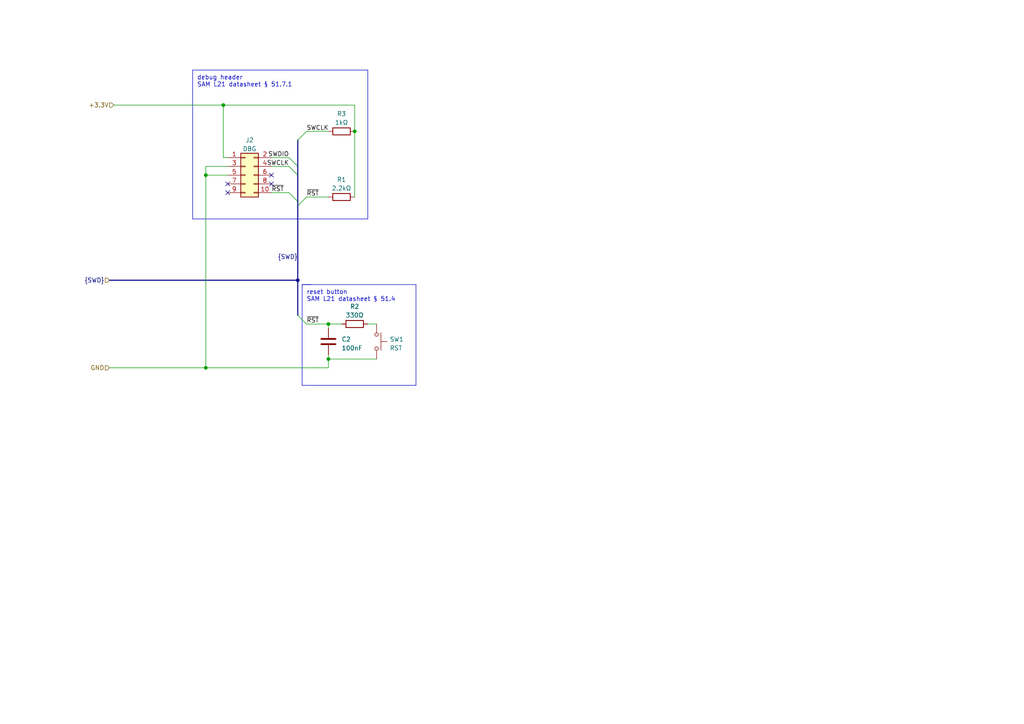
<source format=kicad_sch>
(kicad_sch (version 20230121) (generator eeschema)
  (paper "A4")
  (lib_symbols
    (symbol "Connector_Generic:Conn_02x05_Odd_Even" (pin_names (offset 1.016) hide)
      (property "Reference" "J" (at 1.27 7.62 0))
      (property "Value" "Conn_02x05_Odd_Even" (at 1.27 -7.62 0))
      (symbol "Conn_02x05_Odd_Even_1_1"
        (rectangle (start -1.27 -4.953) (end 0 -5.207) (stroke (width 0.1524)))
        (rectangle (start -1.27 -2.413) (end 0 -2.667) (stroke (width 0.1524)))
        (rectangle (start -1.27 0.127) (end 0 -0.127) (stroke (width 0.1524)))
        (rectangle (start -1.27 2.667) (end 0 2.413) (stroke (width 0.1524)))
        (rectangle (start -1.27 5.207) (end 0 4.953) (stroke (width 0.1524)))
        (rectangle (start -1.27 6.35) (end 3.81 -6.35) (stroke (width 0.254)) (fill (type background)))
        (rectangle (start 3.81 -4.953) (end 2.54 -5.207) (stroke (width 0.1524)))
        (rectangle (start 3.81 -2.413) (end 2.54 -2.667) (stroke (width 0.1524)))
        (rectangle (start 3.81 0.127) (end 2.54 -0.127) (stroke (width 0.1524)))
        (rectangle (start 3.81 2.667) (end 2.54 2.413) (stroke (width 0.1524)))
        (rectangle (start 3.81 5.207) (end 2.54 4.953) (stroke (width 0.1524)))
        (pin passive line (at -5.08 5.08 0) (length 3.81) (name "Pin_1") (number "1"))
        (pin passive line (at 7.62 -5.08 180) (length 3.81) (name "Pin_10") (number "10"))
        (pin passive line (at 7.62 5.08 180) (length 3.81) (name "Pin_2") (number "2"))
        (pin passive line (at -5.08 2.54 0) (length 3.81) (name "Pin_3") (number "3"))
        (pin passive line (at 7.62 2.54 180) (length 3.81) (name "Pin_4") (number "4"))
        (pin passive line (at -5.08 0 0) (length 3.81) (name "Pin_5") (number "5"))
        (pin passive line (at 7.62 0 180) (length 3.81) (name "Pin_6") (number "6"))
        (pin passive line (at -5.08 -2.54 0) (length 3.81) (name "Pin_7") (number "7"))
        (pin passive line (at 7.62 -2.54 180) (length 3.81) (name "Pin_8") (number "8"))
        (pin passive line (at -5.08 -5.08 0) (length 3.81) (name "Pin_9") (number "9"))
      )
    )
    (symbol "Device:C" (pin_numbers hide) (pin_names (offset 0.254))
      (property "Reference" "C" (at 0.635 2.54 0))
      (property "Value" "C" (at 0.635 -2.54 0))
      (symbol "C_0_1"
        (polyline (pts (xy -2.032 -0.762) (xy 2.032 -0.762)) (stroke (width 0.508)))
        (polyline (pts (xy -2.032 0.762) (xy 2.032 0.762)) (stroke (width 0.508)))
      )
      (symbol "C_1_1"
        (pin passive line (at 0 3.81 270) (length 2.794) (name "~") (number "1"))
        (pin passive line (at 0 -3.81 90) (length 2.794) (name "~") (number "2"))
      )
    )
    (symbol "Device:R" (pin_numbers hide) (pin_names (offset 0))
      (property "Reference" "R" (at 2.032 0 90))
      (property "Value" "R" (at 0 0 90))
      (symbol "R_0_1"
        (rectangle (start -1.016 -2.54) (end 1.016 2.54) (stroke (width 0.254)))
      )
      (symbol "R_1_1"
        (pin passive line (at 0 3.81 270) (length 1.27) (name "~") (number "1"))
        (pin passive line (at 0 -3.81 90) (length 1.27) (name "~") (number "2"))
      )
    )
    (symbol "Switch:SW_Push" (pin_numbers hide) (pin_names (offset 1.016) hide)
      (property "Reference" "SW" (at 1.27 2.54 0))
      (property "Value" "SW_Push" (at 0 -1.524 0))
      (symbol "SW_Push_0_1"
        (circle (center -2.032 0) (radius 0.508))
        (polyline (pts (xy 0 1.27) (xy 0 3.048)))
        (polyline (pts (xy 2.54 1.27) (xy -2.54 1.27)))
        (circle (center 2.032 0) (radius 0.508))
        (pin passive line (at -5.08 0 0) (length 2.54) (name "1") (number "1"))
        (pin passive line (at 5.08 0 180) (length 2.54) (name "2") (number "2"))
      )
    )
  )
  (junction (at 95.25 104.14))
  (junction (at 59.69 106.68))
  (junction (at 102.87 38.1))
  (junction (at 59.69 50.8))
  (junction (at 95.25 93.98))
  (junction (at 86.36 81.28))
  (junction (at 64.77 30.48))
  (no_connect (at 66.04 53.34))
  (no_connect (at 66.04 55.88))
  (no_connect (at 78.74 53.34))
  (no_connect (at 78.74 50.8))
  (bus_entry (at 88.9 93.98) (size -2.54 -2.54))
  (bus_entry (at 86.36 40.64) (size 2.54 -2.54))
  (bus_entry (at 86.36 50.8) (size -2.54 -2.54))
  (bus_entry (at 88.9 57.15) (size -2.54 2.54))
  (bus_entry (at 86.36 48.26) (size -2.54 -2.54))
  (bus_entry (at 83.82 55.88) (size 2.54 2.54))
  (polyline (pts (xy 106.68 20.32) (xy 106.68 63.5)))
  (bus (pts (xy 86.36 81.28) (xy 86.36 91.44)))
  (wire (pts (xy 66.04 48.26) (xy 59.69 48.26)))
  (wire (pts (xy 64.77 30.48) (xy 102.87 30.48)))
  (wire (pts (xy 59.69 48.26) (xy 59.69 50.8)))
  (bus (pts (xy 86.36 48.26) (xy 86.36 50.8)))
  (wire (pts (xy 59.69 106.68) (xy 95.25 106.68)))
  (wire (pts (xy 95.25 93.98) (xy 95.25 95.25)))
  (wire (pts (xy 95.25 93.98) (xy 99.06 93.98)))
  (polyline (pts (xy 55.88 20.32) (xy 55.88 63.5)))
  (wire (pts (xy 66.04 45.72) (xy 64.77 45.72)))
  (wire (pts (xy 95.25 102.87) (xy 95.25 104.14)))
  (bus (pts (xy 86.36 58.42) (xy 86.36 59.69)))
  (polyline (pts (xy 87.63 82.55) (xy 120.65 82.55)))
  (polyline (pts (xy 106.68 63.5) (xy 55.88 63.5)))
  (wire (pts (xy 88.9 57.15) (xy 95.25 57.15)))
  (wire (pts (xy 31.75 106.68) (xy 59.69 106.68)))
  (bus (pts (xy 86.36 50.8) (xy 86.36 58.42)))
  (wire (pts (xy 95.25 104.14) (xy 95.25 106.68)))
  (wire (pts (xy 59.69 50.8) (xy 66.04 50.8)))
  (wire (pts (xy 102.87 30.48) (xy 102.87 38.1)))
  (wire (pts (xy 78.74 48.26) (xy 83.82 48.26)))
  (wire (pts (xy 59.69 50.8) (xy 59.69 106.68)))
  (bus (pts (xy 86.36 40.64) (xy 86.36 48.26)))
  (polyline (pts (xy 120.65 82.55) (xy 120.65 111.76)))
  (wire (pts (xy 78.74 45.72) (xy 83.82 45.72)))
  (polyline (pts (xy 87.63 82.55) (xy 90.17 82.55)))
  (wire (pts (xy 88.9 38.1) (xy 95.25 38.1)))
  (polyline (pts (xy 120.65 111.76) (xy 87.63 111.76)))
  (bus (pts (xy 86.36 59.69) (xy 86.36 81.28)))
  (polyline (pts (xy 55.88 20.32) (xy 106.68 20.32)))
  (bus (pts (xy 31.75 81.28) (xy 86.36 81.28)))
  (wire (pts (xy 33.02 30.48) (xy 64.77 30.48)))
  (wire (pts (xy 106.68 93.98) (xy 109.22 93.98)))
  (polyline (pts (xy 87.63 82.55) (xy 87.63 111.76)))
  (wire (pts (xy 64.77 30.48) (xy 64.77 45.72)))
  (wire (pts (xy 95.25 104.14) (xy 109.22 104.14)))
  (wire (pts (xy 78.74 55.88) (xy 83.82 55.88)))
  (wire (pts (xy 88.9 93.98) (xy 95.25 93.98)))
  (wire (pts (xy 102.87 38.1) (xy 102.87 57.15)))
  (text "reset button\nSAM L21 datasheet § 51.4" (at 88.9 87.63 0) (effects (font (size 1.27 1.27)) (justify left bottom)))
  (text "debug header\nSAM L21 datasheet § 51.7.1" (at 57.15 25.4 0) (effects (font (size 1.27 1.27)) (justify left bottom)))
  (label "~{RST}" (at 88.9 57.15 0))
  (label "SWCLK" (at 83.82 48.26 180))
  (label "SWDIO" (at 83.82 45.72 180))
  (label "SWCLK" (at 88.9 38.1 0))
  (label "{SWD}" (at 86.36 75.565 180))
  (label "~{RST}" (at 78.74 55.88 0))
  (label "~{RST}" (at 88.9 93.98 0))
  (hierarchical_label "+3.3V" (shape input) (at 33.02 30.48 180))
  (hierarchical_label "GND" (shape input) (at 31.75 106.68 180))
  (hierarchical_label "{SWD}" (shape input) (at 31.75 81.28 180))
  (symbol (lib_id "Connector_Generic:Conn_02x05_Odd_Even") (at 71.12 50.8 0) (unit 1)
    (property "Reference" "J2" (at 72.39 40.64 0))
    (property "Value" "DBG" (at 72.39 43.18 0))
    (property "Footprint" "Connector_PinHeader_1.27mm:PinHeader_2x05_P1.27mm_Vertical_SMD" (effects hide))
    (property "LCSC" "C5250218" (effects hide))
    (instances (project "dcf77_faker" (path "" (reference "J2") (unit 1)) (path "" (reference "J401") (unit 1))))
  )
  (symbol (lib_id "Device:R") (at 99.06 38.1 90) (unit 1)
    (property "Reference" "R3" (at 99.06 33.02 90))
    (property "Value" "1kΩ" (at 99.06 35.56 90))
    (property "Footprint" "Resistor_SMD:R_0402_1005Metric" (effects hide))
    (property "LCSC" "C11702" (effects hide))
    (instances (project "dcf77_faker" (path "" (reference "R3") (unit 1)) (path "" (reference "R402") (unit 1))))
  )
  (symbol (lib_id "Switch:SW_Push") (at 109.22 99.06 270) (unit 1)
    (property "Reference" "SW1" (at 113.03 98.425 90) (effects (justify left)))
    (property "Value" "RST" (at 113.03 100.965 90) (effects (justify left)))
    (property "Footprint" "Button_Switch_SMD_Side:Shou_Han_TS24CA" (effects hide))
    (property "LCSC" "C393942" (effects hide))
    (instances (project "dcf77_faker" (path "" (reference "SW1") (unit 1)) (path "" (reference "SW401") (unit 1))))
  )
  (symbol (lib_id "Device:R") (at 102.87 93.98 90) (unit 1)
    (property "Reference" "R2" (at 102.87 88.9 90))
    (property "Value" "330Ω" (at 102.87 91.44 90))
    (property "Footprint" "Resistor_SMD:R_0402_1005Metric" (effects hide))
    (property "LCSC" "C25104" (effects hide))
    (instances (project "dcf77_faker" (path "" (reference "R2") (unit 1)) (path "" (reference "R401") (unit 1))))
  )
  (symbol (lib_id "Device:C") (at 95.25 99.06 180) (unit 1)
    (property "Reference" "C2" (at 99.06 98.425 0) (effects (justify right)))
    (property "Value" "100nF" (at 99.06 100.965 0) (effects (justify right)))
    (property "Footprint" "Capacitor_SMD:C_0402_1005Metric" (effects hide))
    (property "LCSC" "C307331" (effects hide))
    (instances (project "dcf77_faker" (path "" (reference "C2") (unit 1)) (path "" (reference "C401") (unit 1))))
  )
  (symbol (lib_id "Device:R") (at 99.06 57.15 90) (unit 1)
    (property "Reference" "R1" (at 99.06 52.07 90))
    (property "Value" "2.2kΩ" (at 99.06 54.61 90))
    (property "Footprint" "Resistor_SMD:R_0402_1005Metric" (effects hide))
    (property "LCSC" "C25879" (effects hide))
    (instances (project "dcf77_faker" (path "" (reference "R1") (unit 1)) (path "" (reference "R403") (unit 1))))
  )
)
</source>
